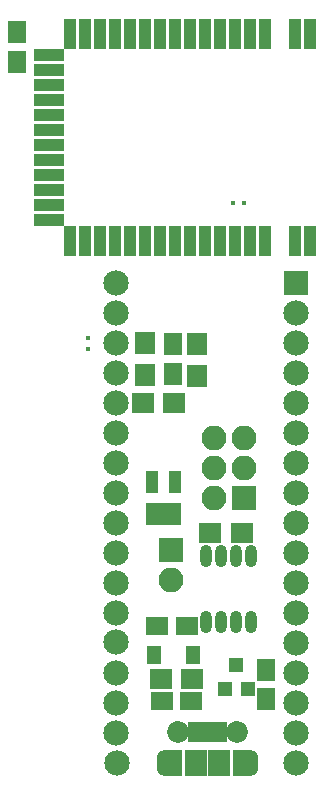
<source format=gbr>
G04 #@! TF.FileFunction,Soldermask,Top*
%FSLAX46Y46*%
G04 Gerber Fmt 4.6, Leading zero omitted, Abs format (unit mm)*
G04 Created by KiCad (PCBNEW 4.0.7) date 09/16/18 15:06:07*
%MOMM*%
%LPD*%
G01*
G04 APERTURE LIST*
%ADD10C,0.100000*%
%ADD11R,2.600000X1.120000*%
%ADD12R,1.120000X2.600000*%
%ADD13R,1.650000X1.900000*%
%ADD14C,0.402000*%
%ADD15R,1.900000X1.700000*%
%ADD16R,1.900000X2.300000*%
%ADD17C,1.850000*%
%ADD18R,0.800000X1.750000*%
%ADD19O,1.600000X2.300000*%
%ADD20R,1.600000X2.300000*%
%ADD21R,1.050000X1.960000*%
%ADD22R,1.200000X1.300000*%
%ADD23R,1.900000X1.650000*%
%ADD24R,2.100000X2.100000*%
%ADD25O,2.100000X2.100000*%
%ADD26O,1.009600X1.873200*%
%ADD27R,1.700000X1.900000*%
%ADD28R,1.300000X1.600000*%
%ADD29R,2.152600X2.152600*%
%ADD30C,2.152600*%
G04 APERTURE END LIST*
D10*
D11*
X95758000Y-106172000D03*
X95758000Y-104902000D03*
X95758000Y-103632000D03*
X95758000Y-102362000D03*
X95758000Y-101092000D03*
X95758000Y-99822000D03*
X95758000Y-98552000D03*
X95758000Y-97282000D03*
X95758000Y-96012000D03*
X95758000Y-94742000D03*
X95758000Y-93472000D03*
X95758000Y-92202000D03*
D12*
X97536000Y-107950000D03*
X98806000Y-107950000D03*
X100076000Y-107950000D03*
X101346000Y-107950000D03*
X102616000Y-107950000D03*
X103886000Y-107950000D03*
X105156000Y-107950000D03*
X106426000Y-107950000D03*
X107696000Y-107950000D03*
X108966000Y-107950000D03*
X110236000Y-107950000D03*
X111506000Y-107950000D03*
X112776000Y-107950000D03*
X114046000Y-107950000D03*
X116586000Y-107950000D03*
X117856000Y-107950000D03*
X117856000Y-90424000D03*
X116586000Y-90424000D03*
X114046000Y-90424000D03*
X112776000Y-90424000D03*
X111506000Y-90424000D03*
X110236000Y-90424000D03*
X108966000Y-90424000D03*
X107696000Y-90424000D03*
X106426000Y-90424000D03*
X105156000Y-90424000D03*
X103886000Y-90424000D03*
X102616000Y-90424000D03*
X101346000Y-90424000D03*
X100076000Y-90424000D03*
X98806000Y-90424000D03*
X97536000Y-90424000D03*
D13*
X93091000Y-92817000D03*
X93091000Y-90317000D03*
D14*
X112268000Y-104775000D03*
X111368000Y-104775000D03*
X111368000Y-104775000D03*
X112268000Y-104775000D03*
D15*
X103679000Y-121666000D03*
X106379000Y-121666000D03*
D16*
X110169200Y-152208980D03*
D17*
X106669200Y-149508980D03*
D18*
X108519200Y-149508980D03*
X107869200Y-149508980D03*
X110469200Y-149508980D03*
X109819200Y-149508980D03*
X109169200Y-149508980D03*
D17*
X111669200Y-149508980D03*
D16*
X108169200Y-152208980D03*
D19*
X105669200Y-152208980D03*
X112669200Y-152208980D03*
D20*
X112069200Y-152208980D03*
X106269200Y-152208980D03*
D21*
X104521000Y-131064000D03*
X105471000Y-131064000D03*
X106421000Y-131064000D03*
X106421000Y-128364000D03*
X104521000Y-128364000D03*
D22*
X110683000Y-145907000D03*
X112583000Y-145907000D03*
X111633000Y-143907000D03*
D13*
X114173000Y-144292000D03*
X114173000Y-146792000D03*
D23*
X107422000Y-140589000D03*
X104922000Y-140589000D03*
D24*
X106072940Y-134167880D03*
D25*
X106072940Y-136707880D03*
D15*
X107903000Y-145034000D03*
X105203000Y-145034000D03*
X112094000Y-132715000D03*
X109394000Y-132715000D03*
D23*
X107803000Y-146939000D03*
X105303000Y-146939000D03*
D24*
X112229900Y-129715260D03*
D25*
X109689900Y-129715260D03*
X112229900Y-127175260D03*
X109689900Y-127175260D03*
X112229900Y-124635260D03*
X109689900Y-124635260D03*
D26*
X112903000Y-134620000D03*
X111633000Y-134620000D03*
X110363000Y-134620000D03*
X109093000Y-134620000D03*
X109093000Y-140208000D03*
X110363000Y-140208000D03*
X111633000Y-140208000D03*
X112903000Y-140208000D03*
D13*
X106299000Y-116733000D03*
X106299000Y-119233000D03*
D27*
X103886000Y-119333000D03*
X103886000Y-116633000D03*
X108331000Y-116680000D03*
X108331000Y-119380000D03*
D28*
X107949000Y-143002000D03*
X104649000Y-143002000D03*
D14*
X99060000Y-116194000D03*
X99060000Y-117094000D03*
X99060000Y-117094000D03*
X99060000Y-116194000D03*
D29*
X116713000Y-111506000D03*
D30*
X116713000Y-114046000D03*
X116713000Y-116586000D03*
X116713000Y-119126000D03*
X116713000Y-121666000D03*
X116713000Y-124206000D03*
X116713000Y-126746000D03*
X116713000Y-129286000D03*
X116713000Y-131826000D03*
X116713000Y-134366000D03*
X116713000Y-136906000D03*
X116713000Y-139446000D03*
X101473000Y-136906000D03*
X101473000Y-139446000D03*
X101473000Y-141952000D03*
X101473000Y-144526000D03*
X101473000Y-147066000D03*
X101473000Y-149606000D03*
X101493000Y-152146000D03*
X116713000Y-152146000D03*
X116713000Y-149606000D03*
X116713000Y-147066000D03*
X116713000Y-144526000D03*
X116713000Y-141986000D03*
X101473000Y-134366000D03*
X101473000Y-131826000D03*
X101473000Y-129286000D03*
X101473000Y-126746000D03*
X101473000Y-124206000D03*
X101473000Y-121666000D03*
X101473000Y-119126000D03*
X101473000Y-116586000D03*
X101473000Y-114046000D03*
X101473000Y-111506000D03*
M02*

</source>
